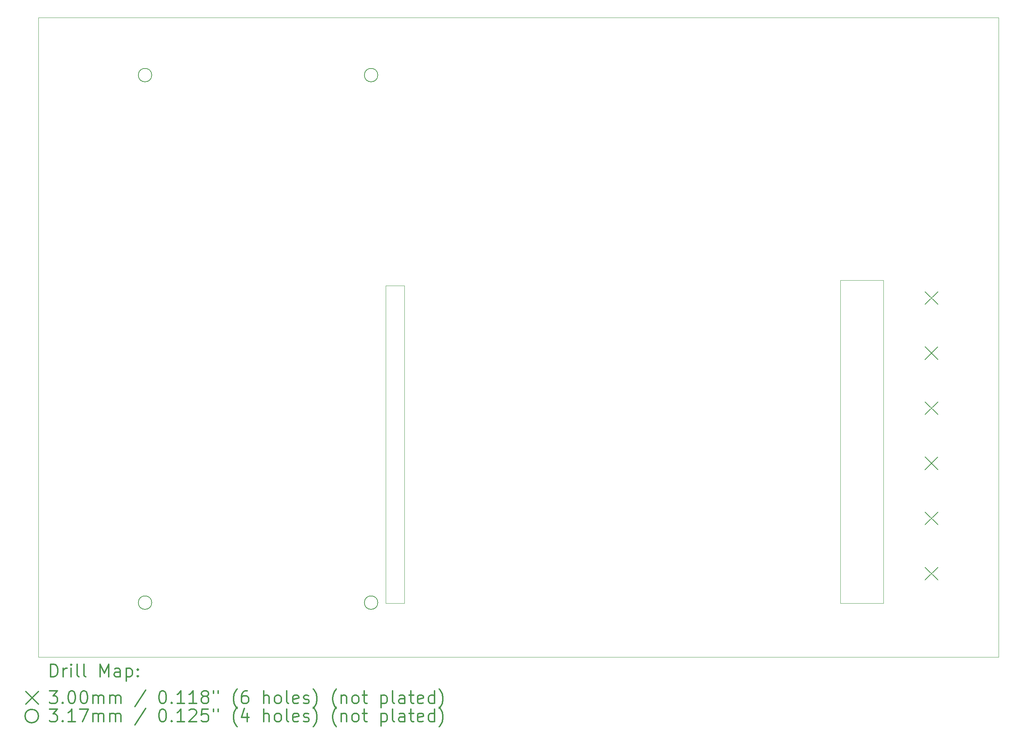
<source format=gbr>
%FSLAX45Y45*%
G04 Gerber Fmt 4.5, Leading zero omitted, Abs format (unit mm)*
G04 Created by KiCad (PCBNEW (5.1.8)-1) date 2021-03-22 22:30:29*
%MOMM*%
%LPD*%
G01*
G04 APERTURE LIST*
%TA.AperFunction,Profile*%
%ADD10C,0.050000*%
%TD*%
%ADD11C,0.200000*%
%ADD12C,0.300000*%
G04 APERTURE END LIST*
D10*
X9461500Y-15176500D02*
X9906000Y-15176500D01*
X9461500Y-7683500D02*
X9906000Y-7683500D01*
X9461500Y-15176500D02*
X9461500Y-7683500D01*
X9906000Y-7683500D02*
X9906000Y-15176500D01*
X20193000Y-7556500D02*
X21209000Y-7556500D01*
X20193000Y-15176500D02*
X20193000Y-7556500D01*
X21209000Y-15176500D02*
X20193000Y-15176500D01*
X21209000Y-7556500D02*
X21209000Y-15176500D01*
X23926800Y-1358900D02*
X9753600Y-1358900D01*
X23926800Y-16441700D02*
X23926800Y-1358900D01*
X1270000Y-16441700D02*
X23926800Y-16441700D01*
X1270000Y-1358900D02*
X1270000Y-16441700D01*
X9753600Y-1358900D02*
X1270000Y-1358900D01*
D11*
X22188768Y-10422910D02*
X22488768Y-10722910D01*
X22488768Y-10422910D02*
X22188768Y-10722910D01*
X22188768Y-11722910D02*
X22488768Y-12022910D01*
X22488768Y-11722910D02*
X22188768Y-12022910D01*
X22188768Y-13022910D02*
X22488768Y-13322910D01*
X22488768Y-13022910D02*
X22188768Y-13322910D01*
X22188768Y-14322910D02*
X22488768Y-14622910D01*
X22488768Y-14322910D02*
X22188768Y-14622910D01*
X22188768Y-7822910D02*
X22488768Y-8122910D01*
X22488768Y-7822910D02*
X22188768Y-8122910D01*
X22188768Y-9122910D02*
X22488768Y-9422910D01*
X22488768Y-9122910D02*
X22188768Y-9422910D01*
X3940810Y-2712720D02*
G75*
G03*
X3940810Y-2712720I-158750J0D01*
G01*
X3940810Y-15158720D02*
G75*
G03*
X3940810Y-15158720I-158750J0D01*
G01*
X9274810Y-2712720D02*
G75*
G03*
X9274810Y-2712720I-158750J0D01*
G01*
X9274810Y-15158720D02*
G75*
G03*
X9274810Y-15158720I-158750J0D01*
G01*
D12*
X1553928Y-16909914D02*
X1553928Y-16609914D01*
X1625357Y-16609914D01*
X1668214Y-16624200D01*
X1696786Y-16652771D01*
X1711071Y-16681343D01*
X1725357Y-16738486D01*
X1725357Y-16781343D01*
X1711071Y-16838486D01*
X1696786Y-16867057D01*
X1668214Y-16895629D01*
X1625357Y-16909914D01*
X1553928Y-16909914D01*
X1853928Y-16909914D02*
X1853928Y-16709914D01*
X1853928Y-16767057D02*
X1868214Y-16738486D01*
X1882500Y-16724200D01*
X1911071Y-16709914D01*
X1939643Y-16709914D01*
X2039643Y-16909914D02*
X2039643Y-16709914D01*
X2039643Y-16609914D02*
X2025357Y-16624200D01*
X2039643Y-16638486D01*
X2053928Y-16624200D01*
X2039643Y-16609914D01*
X2039643Y-16638486D01*
X2225357Y-16909914D02*
X2196786Y-16895629D01*
X2182500Y-16867057D01*
X2182500Y-16609914D01*
X2382500Y-16909914D02*
X2353928Y-16895629D01*
X2339643Y-16867057D01*
X2339643Y-16609914D01*
X2725357Y-16909914D02*
X2725357Y-16609914D01*
X2825357Y-16824200D01*
X2925357Y-16609914D01*
X2925357Y-16909914D01*
X3196786Y-16909914D02*
X3196786Y-16752771D01*
X3182500Y-16724200D01*
X3153928Y-16709914D01*
X3096786Y-16709914D01*
X3068214Y-16724200D01*
X3196786Y-16895629D02*
X3168214Y-16909914D01*
X3096786Y-16909914D01*
X3068214Y-16895629D01*
X3053928Y-16867057D01*
X3053928Y-16838486D01*
X3068214Y-16809914D01*
X3096786Y-16795629D01*
X3168214Y-16795629D01*
X3196786Y-16781343D01*
X3339643Y-16709914D02*
X3339643Y-17009914D01*
X3339643Y-16724200D02*
X3368214Y-16709914D01*
X3425357Y-16709914D01*
X3453928Y-16724200D01*
X3468214Y-16738486D01*
X3482500Y-16767057D01*
X3482500Y-16852772D01*
X3468214Y-16881343D01*
X3453928Y-16895629D01*
X3425357Y-16909914D01*
X3368214Y-16909914D01*
X3339643Y-16895629D01*
X3611071Y-16881343D02*
X3625357Y-16895629D01*
X3611071Y-16909914D01*
X3596786Y-16895629D01*
X3611071Y-16881343D01*
X3611071Y-16909914D01*
X3611071Y-16724200D02*
X3625357Y-16738486D01*
X3611071Y-16752771D01*
X3596786Y-16738486D01*
X3611071Y-16724200D01*
X3611071Y-16752771D01*
X967500Y-17254200D02*
X1267500Y-17554200D01*
X1267500Y-17254200D02*
X967500Y-17554200D01*
X1525357Y-17239914D02*
X1711071Y-17239914D01*
X1611071Y-17354200D01*
X1653928Y-17354200D01*
X1682500Y-17368486D01*
X1696786Y-17382772D01*
X1711071Y-17411343D01*
X1711071Y-17482772D01*
X1696786Y-17511343D01*
X1682500Y-17525629D01*
X1653928Y-17539914D01*
X1568214Y-17539914D01*
X1539643Y-17525629D01*
X1525357Y-17511343D01*
X1839643Y-17511343D02*
X1853928Y-17525629D01*
X1839643Y-17539914D01*
X1825357Y-17525629D01*
X1839643Y-17511343D01*
X1839643Y-17539914D01*
X2039643Y-17239914D02*
X2068214Y-17239914D01*
X2096786Y-17254200D01*
X2111071Y-17268486D01*
X2125357Y-17297057D01*
X2139643Y-17354200D01*
X2139643Y-17425629D01*
X2125357Y-17482772D01*
X2111071Y-17511343D01*
X2096786Y-17525629D01*
X2068214Y-17539914D01*
X2039643Y-17539914D01*
X2011071Y-17525629D01*
X1996786Y-17511343D01*
X1982500Y-17482772D01*
X1968214Y-17425629D01*
X1968214Y-17354200D01*
X1982500Y-17297057D01*
X1996786Y-17268486D01*
X2011071Y-17254200D01*
X2039643Y-17239914D01*
X2325357Y-17239914D02*
X2353928Y-17239914D01*
X2382500Y-17254200D01*
X2396786Y-17268486D01*
X2411071Y-17297057D01*
X2425357Y-17354200D01*
X2425357Y-17425629D01*
X2411071Y-17482772D01*
X2396786Y-17511343D01*
X2382500Y-17525629D01*
X2353928Y-17539914D01*
X2325357Y-17539914D01*
X2296786Y-17525629D01*
X2282500Y-17511343D01*
X2268214Y-17482772D01*
X2253928Y-17425629D01*
X2253928Y-17354200D01*
X2268214Y-17297057D01*
X2282500Y-17268486D01*
X2296786Y-17254200D01*
X2325357Y-17239914D01*
X2553928Y-17539914D02*
X2553928Y-17339914D01*
X2553928Y-17368486D02*
X2568214Y-17354200D01*
X2596786Y-17339914D01*
X2639643Y-17339914D01*
X2668214Y-17354200D01*
X2682500Y-17382772D01*
X2682500Y-17539914D01*
X2682500Y-17382772D02*
X2696786Y-17354200D01*
X2725357Y-17339914D01*
X2768214Y-17339914D01*
X2796786Y-17354200D01*
X2811071Y-17382772D01*
X2811071Y-17539914D01*
X2953928Y-17539914D02*
X2953928Y-17339914D01*
X2953928Y-17368486D02*
X2968214Y-17354200D01*
X2996786Y-17339914D01*
X3039643Y-17339914D01*
X3068214Y-17354200D01*
X3082500Y-17382772D01*
X3082500Y-17539914D01*
X3082500Y-17382772D02*
X3096786Y-17354200D01*
X3125357Y-17339914D01*
X3168214Y-17339914D01*
X3196786Y-17354200D01*
X3211071Y-17382772D01*
X3211071Y-17539914D01*
X3796786Y-17225629D02*
X3539643Y-17611343D01*
X4182500Y-17239914D02*
X4211071Y-17239914D01*
X4239643Y-17254200D01*
X4253928Y-17268486D01*
X4268214Y-17297057D01*
X4282500Y-17354200D01*
X4282500Y-17425629D01*
X4268214Y-17482772D01*
X4253928Y-17511343D01*
X4239643Y-17525629D01*
X4211071Y-17539914D01*
X4182500Y-17539914D01*
X4153928Y-17525629D01*
X4139643Y-17511343D01*
X4125357Y-17482772D01*
X4111071Y-17425629D01*
X4111071Y-17354200D01*
X4125357Y-17297057D01*
X4139643Y-17268486D01*
X4153928Y-17254200D01*
X4182500Y-17239914D01*
X4411071Y-17511343D02*
X4425357Y-17525629D01*
X4411071Y-17539914D01*
X4396786Y-17525629D01*
X4411071Y-17511343D01*
X4411071Y-17539914D01*
X4711071Y-17539914D02*
X4539643Y-17539914D01*
X4625357Y-17539914D02*
X4625357Y-17239914D01*
X4596786Y-17282772D01*
X4568214Y-17311343D01*
X4539643Y-17325629D01*
X4996786Y-17539914D02*
X4825357Y-17539914D01*
X4911071Y-17539914D02*
X4911071Y-17239914D01*
X4882500Y-17282772D01*
X4853928Y-17311343D01*
X4825357Y-17325629D01*
X5168214Y-17368486D02*
X5139643Y-17354200D01*
X5125357Y-17339914D01*
X5111071Y-17311343D01*
X5111071Y-17297057D01*
X5125357Y-17268486D01*
X5139643Y-17254200D01*
X5168214Y-17239914D01*
X5225357Y-17239914D01*
X5253928Y-17254200D01*
X5268214Y-17268486D01*
X5282500Y-17297057D01*
X5282500Y-17311343D01*
X5268214Y-17339914D01*
X5253928Y-17354200D01*
X5225357Y-17368486D01*
X5168214Y-17368486D01*
X5139643Y-17382772D01*
X5125357Y-17397057D01*
X5111071Y-17425629D01*
X5111071Y-17482772D01*
X5125357Y-17511343D01*
X5139643Y-17525629D01*
X5168214Y-17539914D01*
X5225357Y-17539914D01*
X5253928Y-17525629D01*
X5268214Y-17511343D01*
X5282500Y-17482772D01*
X5282500Y-17425629D01*
X5268214Y-17397057D01*
X5253928Y-17382772D01*
X5225357Y-17368486D01*
X5396786Y-17239914D02*
X5396786Y-17297057D01*
X5511071Y-17239914D02*
X5511071Y-17297057D01*
X5953928Y-17654200D02*
X5939643Y-17639914D01*
X5911071Y-17597057D01*
X5896786Y-17568486D01*
X5882500Y-17525629D01*
X5868214Y-17454200D01*
X5868214Y-17397057D01*
X5882500Y-17325629D01*
X5896786Y-17282772D01*
X5911071Y-17254200D01*
X5939643Y-17211343D01*
X5953928Y-17197057D01*
X6196786Y-17239914D02*
X6139643Y-17239914D01*
X6111071Y-17254200D01*
X6096786Y-17268486D01*
X6068214Y-17311343D01*
X6053928Y-17368486D01*
X6053928Y-17482772D01*
X6068214Y-17511343D01*
X6082500Y-17525629D01*
X6111071Y-17539914D01*
X6168214Y-17539914D01*
X6196786Y-17525629D01*
X6211071Y-17511343D01*
X6225357Y-17482772D01*
X6225357Y-17411343D01*
X6211071Y-17382772D01*
X6196786Y-17368486D01*
X6168214Y-17354200D01*
X6111071Y-17354200D01*
X6082500Y-17368486D01*
X6068214Y-17382772D01*
X6053928Y-17411343D01*
X6582500Y-17539914D02*
X6582500Y-17239914D01*
X6711071Y-17539914D02*
X6711071Y-17382772D01*
X6696786Y-17354200D01*
X6668214Y-17339914D01*
X6625357Y-17339914D01*
X6596786Y-17354200D01*
X6582500Y-17368486D01*
X6896786Y-17539914D02*
X6868214Y-17525629D01*
X6853928Y-17511343D01*
X6839643Y-17482772D01*
X6839643Y-17397057D01*
X6853928Y-17368486D01*
X6868214Y-17354200D01*
X6896786Y-17339914D01*
X6939643Y-17339914D01*
X6968214Y-17354200D01*
X6982500Y-17368486D01*
X6996786Y-17397057D01*
X6996786Y-17482772D01*
X6982500Y-17511343D01*
X6968214Y-17525629D01*
X6939643Y-17539914D01*
X6896786Y-17539914D01*
X7168214Y-17539914D02*
X7139643Y-17525629D01*
X7125357Y-17497057D01*
X7125357Y-17239914D01*
X7396786Y-17525629D02*
X7368214Y-17539914D01*
X7311071Y-17539914D01*
X7282500Y-17525629D01*
X7268214Y-17497057D01*
X7268214Y-17382772D01*
X7282500Y-17354200D01*
X7311071Y-17339914D01*
X7368214Y-17339914D01*
X7396786Y-17354200D01*
X7411071Y-17382772D01*
X7411071Y-17411343D01*
X7268214Y-17439914D01*
X7525357Y-17525629D02*
X7553928Y-17539914D01*
X7611071Y-17539914D01*
X7639643Y-17525629D01*
X7653928Y-17497057D01*
X7653928Y-17482772D01*
X7639643Y-17454200D01*
X7611071Y-17439914D01*
X7568214Y-17439914D01*
X7539643Y-17425629D01*
X7525357Y-17397057D01*
X7525357Y-17382772D01*
X7539643Y-17354200D01*
X7568214Y-17339914D01*
X7611071Y-17339914D01*
X7639643Y-17354200D01*
X7753928Y-17654200D02*
X7768214Y-17639914D01*
X7796786Y-17597057D01*
X7811071Y-17568486D01*
X7825357Y-17525629D01*
X7839643Y-17454200D01*
X7839643Y-17397057D01*
X7825357Y-17325629D01*
X7811071Y-17282772D01*
X7796786Y-17254200D01*
X7768214Y-17211343D01*
X7753928Y-17197057D01*
X8296786Y-17654200D02*
X8282500Y-17639914D01*
X8253928Y-17597057D01*
X8239643Y-17568486D01*
X8225357Y-17525629D01*
X8211071Y-17454200D01*
X8211071Y-17397057D01*
X8225357Y-17325629D01*
X8239643Y-17282772D01*
X8253928Y-17254200D01*
X8282500Y-17211343D01*
X8296786Y-17197057D01*
X8411071Y-17339914D02*
X8411071Y-17539914D01*
X8411071Y-17368486D02*
X8425357Y-17354200D01*
X8453928Y-17339914D01*
X8496786Y-17339914D01*
X8525357Y-17354200D01*
X8539643Y-17382772D01*
X8539643Y-17539914D01*
X8725357Y-17539914D02*
X8696786Y-17525629D01*
X8682500Y-17511343D01*
X8668214Y-17482772D01*
X8668214Y-17397057D01*
X8682500Y-17368486D01*
X8696786Y-17354200D01*
X8725357Y-17339914D01*
X8768214Y-17339914D01*
X8796786Y-17354200D01*
X8811071Y-17368486D01*
X8825357Y-17397057D01*
X8825357Y-17482772D01*
X8811071Y-17511343D01*
X8796786Y-17525629D01*
X8768214Y-17539914D01*
X8725357Y-17539914D01*
X8911071Y-17339914D02*
X9025357Y-17339914D01*
X8953928Y-17239914D02*
X8953928Y-17497057D01*
X8968214Y-17525629D01*
X8996786Y-17539914D01*
X9025357Y-17539914D01*
X9353928Y-17339914D02*
X9353928Y-17639914D01*
X9353928Y-17354200D02*
X9382500Y-17339914D01*
X9439643Y-17339914D01*
X9468214Y-17354200D01*
X9482500Y-17368486D01*
X9496786Y-17397057D01*
X9496786Y-17482772D01*
X9482500Y-17511343D01*
X9468214Y-17525629D01*
X9439643Y-17539914D01*
X9382500Y-17539914D01*
X9353928Y-17525629D01*
X9668214Y-17539914D02*
X9639643Y-17525629D01*
X9625357Y-17497057D01*
X9625357Y-17239914D01*
X9911071Y-17539914D02*
X9911071Y-17382772D01*
X9896786Y-17354200D01*
X9868214Y-17339914D01*
X9811071Y-17339914D01*
X9782500Y-17354200D01*
X9911071Y-17525629D02*
X9882500Y-17539914D01*
X9811071Y-17539914D01*
X9782500Y-17525629D01*
X9768214Y-17497057D01*
X9768214Y-17468486D01*
X9782500Y-17439914D01*
X9811071Y-17425629D01*
X9882500Y-17425629D01*
X9911071Y-17411343D01*
X10011071Y-17339914D02*
X10125357Y-17339914D01*
X10053928Y-17239914D02*
X10053928Y-17497057D01*
X10068214Y-17525629D01*
X10096786Y-17539914D01*
X10125357Y-17539914D01*
X10339643Y-17525629D02*
X10311071Y-17539914D01*
X10253928Y-17539914D01*
X10225357Y-17525629D01*
X10211071Y-17497057D01*
X10211071Y-17382772D01*
X10225357Y-17354200D01*
X10253928Y-17339914D01*
X10311071Y-17339914D01*
X10339643Y-17354200D01*
X10353928Y-17382772D01*
X10353928Y-17411343D01*
X10211071Y-17439914D01*
X10611071Y-17539914D02*
X10611071Y-17239914D01*
X10611071Y-17525629D02*
X10582500Y-17539914D01*
X10525357Y-17539914D01*
X10496786Y-17525629D01*
X10482500Y-17511343D01*
X10468214Y-17482772D01*
X10468214Y-17397057D01*
X10482500Y-17368486D01*
X10496786Y-17354200D01*
X10525357Y-17339914D01*
X10582500Y-17339914D01*
X10611071Y-17354200D01*
X10725357Y-17654200D02*
X10739643Y-17639914D01*
X10768214Y-17597057D01*
X10782500Y-17568486D01*
X10796786Y-17525629D01*
X10811071Y-17454200D01*
X10811071Y-17397057D01*
X10796786Y-17325629D01*
X10782500Y-17282772D01*
X10768214Y-17254200D01*
X10739643Y-17211343D01*
X10725357Y-17197057D01*
X1267500Y-17834200D02*
G75*
G03*
X1267500Y-17834200I-158750J0D01*
G01*
X1525357Y-17669914D02*
X1711071Y-17669914D01*
X1611071Y-17784200D01*
X1653928Y-17784200D01*
X1682500Y-17798486D01*
X1696786Y-17812772D01*
X1711071Y-17841343D01*
X1711071Y-17912772D01*
X1696786Y-17941343D01*
X1682500Y-17955629D01*
X1653928Y-17969914D01*
X1568214Y-17969914D01*
X1539643Y-17955629D01*
X1525357Y-17941343D01*
X1839643Y-17941343D02*
X1853928Y-17955629D01*
X1839643Y-17969914D01*
X1825357Y-17955629D01*
X1839643Y-17941343D01*
X1839643Y-17969914D01*
X2139643Y-17969914D02*
X1968214Y-17969914D01*
X2053928Y-17969914D02*
X2053928Y-17669914D01*
X2025357Y-17712772D01*
X1996786Y-17741343D01*
X1968214Y-17755629D01*
X2239643Y-17669914D02*
X2439643Y-17669914D01*
X2311071Y-17969914D01*
X2553928Y-17969914D02*
X2553928Y-17769914D01*
X2553928Y-17798486D02*
X2568214Y-17784200D01*
X2596786Y-17769914D01*
X2639643Y-17769914D01*
X2668214Y-17784200D01*
X2682500Y-17812772D01*
X2682500Y-17969914D01*
X2682500Y-17812772D02*
X2696786Y-17784200D01*
X2725357Y-17769914D01*
X2768214Y-17769914D01*
X2796786Y-17784200D01*
X2811071Y-17812772D01*
X2811071Y-17969914D01*
X2953928Y-17969914D02*
X2953928Y-17769914D01*
X2953928Y-17798486D02*
X2968214Y-17784200D01*
X2996786Y-17769914D01*
X3039643Y-17769914D01*
X3068214Y-17784200D01*
X3082500Y-17812772D01*
X3082500Y-17969914D01*
X3082500Y-17812772D02*
X3096786Y-17784200D01*
X3125357Y-17769914D01*
X3168214Y-17769914D01*
X3196786Y-17784200D01*
X3211071Y-17812772D01*
X3211071Y-17969914D01*
X3796786Y-17655629D02*
X3539643Y-18041343D01*
X4182500Y-17669914D02*
X4211071Y-17669914D01*
X4239643Y-17684200D01*
X4253928Y-17698486D01*
X4268214Y-17727057D01*
X4282500Y-17784200D01*
X4282500Y-17855629D01*
X4268214Y-17912772D01*
X4253928Y-17941343D01*
X4239643Y-17955629D01*
X4211071Y-17969914D01*
X4182500Y-17969914D01*
X4153928Y-17955629D01*
X4139643Y-17941343D01*
X4125357Y-17912772D01*
X4111071Y-17855629D01*
X4111071Y-17784200D01*
X4125357Y-17727057D01*
X4139643Y-17698486D01*
X4153928Y-17684200D01*
X4182500Y-17669914D01*
X4411071Y-17941343D02*
X4425357Y-17955629D01*
X4411071Y-17969914D01*
X4396786Y-17955629D01*
X4411071Y-17941343D01*
X4411071Y-17969914D01*
X4711071Y-17969914D02*
X4539643Y-17969914D01*
X4625357Y-17969914D02*
X4625357Y-17669914D01*
X4596786Y-17712772D01*
X4568214Y-17741343D01*
X4539643Y-17755629D01*
X4825357Y-17698486D02*
X4839643Y-17684200D01*
X4868214Y-17669914D01*
X4939643Y-17669914D01*
X4968214Y-17684200D01*
X4982500Y-17698486D01*
X4996786Y-17727057D01*
X4996786Y-17755629D01*
X4982500Y-17798486D01*
X4811071Y-17969914D01*
X4996786Y-17969914D01*
X5268214Y-17669914D02*
X5125357Y-17669914D01*
X5111071Y-17812772D01*
X5125357Y-17798486D01*
X5153928Y-17784200D01*
X5225357Y-17784200D01*
X5253928Y-17798486D01*
X5268214Y-17812772D01*
X5282500Y-17841343D01*
X5282500Y-17912772D01*
X5268214Y-17941343D01*
X5253928Y-17955629D01*
X5225357Y-17969914D01*
X5153928Y-17969914D01*
X5125357Y-17955629D01*
X5111071Y-17941343D01*
X5396786Y-17669914D02*
X5396786Y-17727057D01*
X5511071Y-17669914D02*
X5511071Y-17727057D01*
X5953928Y-18084200D02*
X5939643Y-18069914D01*
X5911071Y-18027057D01*
X5896786Y-17998486D01*
X5882500Y-17955629D01*
X5868214Y-17884200D01*
X5868214Y-17827057D01*
X5882500Y-17755629D01*
X5896786Y-17712772D01*
X5911071Y-17684200D01*
X5939643Y-17641343D01*
X5953928Y-17627057D01*
X6196786Y-17769914D02*
X6196786Y-17969914D01*
X6125357Y-17655629D02*
X6053928Y-17869914D01*
X6239643Y-17869914D01*
X6582500Y-17969914D02*
X6582500Y-17669914D01*
X6711071Y-17969914D02*
X6711071Y-17812772D01*
X6696786Y-17784200D01*
X6668214Y-17769914D01*
X6625357Y-17769914D01*
X6596786Y-17784200D01*
X6582500Y-17798486D01*
X6896786Y-17969914D02*
X6868214Y-17955629D01*
X6853928Y-17941343D01*
X6839643Y-17912772D01*
X6839643Y-17827057D01*
X6853928Y-17798486D01*
X6868214Y-17784200D01*
X6896786Y-17769914D01*
X6939643Y-17769914D01*
X6968214Y-17784200D01*
X6982500Y-17798486D01*
X6996786Y-17827057D01*
X6996786Y-17912772D01*
X6982500Y-17941343D01*
X6968214Y-17955629D01*
X6939643Y-17969914D01*
X6896786Y-17969914D01*
X7168214Y-17969914D02*
X7139643Y-17955629D01*
X7125357Y-17927057D01*
X7125357Y-17669914D01*
X7396786Y-17955629D02*
X7368214Y-17969914D01*
X7311071Y-17969914D01*
X7282500Y-17955629D01*
X7268214Y-17927057D01*
X7268214Y-17812772D01*
X7282500Y-17784200D01*
X7311071Y-17769914D01*
X7368214Y-17769914D01*
X7396786Y-17784200D01*
X7411071Y-17812772D01*
X7411071Y-17841343D01*
X7268214Y-17869914D01*
X7525357Y-17955629D02*
X7553928Y-17969914D01*
X7611071Y-17969914D01*
X7639643Y-17955629D01*
X7653928Y-17927057D01*
X7653928Y-17912772D01*
X7639643Y-17884200D01*
X7611071Y-17869914D01*
X7568214Y-17869914D01*
X7539643Y-17855629D01*
X7525357Y-17827057D01*
X7525357Y-17812772D01*
X7539643Y-17784200D01*
X7568214Y-17769914D01*
X7611071Y-17769914D01*
X7639643Y-17784200D01*
X7753928Y-18084200D02*
X7768214Y-18069914D01*
X7796786Y-18027057D01*
X7811071Y-17998486D01*
X7825357Y-17955629D01*
X7839643Y-17884200D01*
X7839643Y-17827057D01*
X7825357Y-17755629D01*
X7811071Y-17712772D01*
X7796786Y-17684200D01*
X7768214Y-17641343D01*
X7753928Y-17627057D01*
X8296786Y-18084200D02*
X8282500Y-18069914D01*
X8253928Y-18027057D01*
X8239643Y-17998486D01*
X8225357Y-17955629D01*
X8211071Y-17884200D01*
X8211071Y-17827057D01*
X8225357Y-17755629D01*
X8239643Y-17712772D01*
X8253928Y-17684200D01*
X8282500Y-17641343D01*
X8296786Y-17627057D01*
X8411071Y-17769914D02*
X8411071Y-17969914D01*
X8411071Y-17798486D02*
X8425357Y-17784200D01*
X8453928Y-17769914D01*
X8496786Y-17769914D01*
X8525357Y-17784200D01*
X8539643Y-17812772D01*
X8539643Y-17969914D01*
X8725357Y-17969914D02*
X8696786Y-17955629D01*
X8682500Y-17941343D01*
X8668214Y-17912772D01*
X8668214Y-17827057D01*
X8682500Y-17798486D01*
X8696786Y-17784200D01*
X8725357Y-17769914D01*
X8768214Y-17769914D01*
X8796786Y-17784200D01*
X8811071Y-17798486D01*
X8825357Y-17827057D01*
X8825357Y-17912772D01*
X8811071Y-17941343D01*
X8796786Y-17955629D01*
X8768214Y-17969914D01*
X8725357Y-17969914D01*
X8911071Y-17769914D02*
X9025357Y-17769914D01*
X8953928Y-17669914D02*
X8953928Y-17927057D01*
X8968214Y-17955629D01*
X8996786Y-17969914D01*
X9025357Y-17969914D01*
X9353928Y-17769914D02*
X9353928Y-18069914D01*
X9353928Y-17784200D02*
X9382500Y-17769914D01*
X9439643Y-17769914D01*
X9468214Y-17784200D01*
X9482500Y-17798486D01*
X9496786Y-17827057D01*
X9496786Y-17912772D01*
X9482500Y-17941343D01*
X9468214Y-17955629D01*
X9439643Y-17969914D01*
X9382500Y-17969914D01*
X9353928Y-17955629D01*
X9668214Y-17969914D02*
X9639643Y-17955629D01*
X9625357Y-17927057D01*
X9625357Y-17669914D01*
X9911071Y-17969914D02*
X9911071Y-17812772D01*
X9896786Y-17784200D01*
X9868214Y-17769914D01*
X9811071Y-17769914D01*
X9782500Y-17784200D01*
X9911071Y-17955629D02*
X9882500Y-17969914D01*
X9811071Y-17969914D01*
X9782500Y-17955629D01*
X9768214Y-17927057D01*
X9768214Y-17898486D01*
X9782500Y-17869914D01*
X9811071Y-17855629D01*
X9882500Y-17855629D01*
X9911071Y-17841343D01*
X10011071Y-17769914D02*
X10125357Y-17769914D01*
X10053928Y-17669914D02*
X10053928Y-17927057D01*
X10068214Y-17955629D01*
X10096786Y-17969914D01*
X10125357Y-17969914D01*
X10339643Y-17955629D02*
X10311071Y-17969914D01*
X10253928Y-17969914D01*
X10225357Y-17955629D01*
X10211071Y-17927057D01*
X10211071Y-17812772D01*
X10225357Y-17784200D01*
X10253928Y-17769914D01*
X10311071Y-17769914D01*
X10339643Y-17784200D01*
X10353928Y-17812772D01*
X10353928Y-17841343D01*
X10211071Y-17869914D01*
X10611071Y-17969914D02*
X10611071Y-17669914D01*
X10611071Y-17955629D02*
X10582500Y-17969914D01*
X10525357Y-17969914D01*
X10496786Y-17955629D01*
X10482500Y-17941343D01*
X10468214Y-17912772D01*
X10468214Y-17827057D01*
X10482500Y-17798486D01*
X10496786Y-17784200D01*
X10525357Y-17769914D01*
X10582500Y-17769914D01*
X10611071Y-17784200D01*
X10725357Y-18084200D02*
X10739643Y-18069914D01*
X10768214Y-18027057D01*
X10782500Y-17998486D01*
X10796786Y-17955629D01*
X10811071Y-17884200D01*
X10811071Y-17827057D01*
X10796786Y-17755629D01*
X10782500Y-17712772D01*
X10768214Y-17684200D01*
X10739643Y-17641343D01*
X10725357Y-17627057D01*
M02*

</source>
